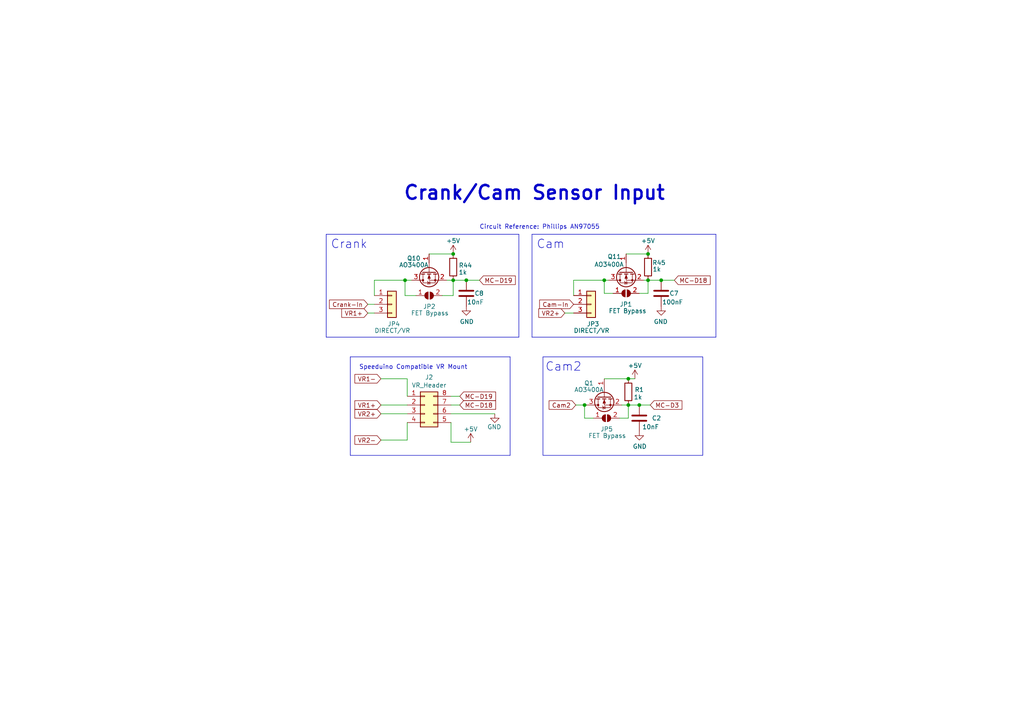
<source format=kicad_sch>
(kicad_sch (version 20231120) (generator "eeschema") (generator_version "8.0")
  (paper "A4")
  (title_block (title "Spark Gap x4") (date "2024-07-16") (rev "A") (company "OpenLogicEFI") (comment 1 "openlogicefi.com"))
  (lib_symbols
    (symbol "Connector_Generic:Conn_01x03" (pin_names (offset 1.016) hide)
      (property "Reference" "J" (at 0 5.08 0))
      (property "Value" "Conn_01x03" (at 0 -5.08 0))
      (symbol "Conn_01x03_1_1"
        (rectangle (start -1.27 -2.413) (end 0 -2.667) (stroke (width 0.1524)))
        (rectangle (start -1.27 0.127) (end 0 -0.127) (stroke (width 0.1524)))
        (rectangle (start -1.27 2.667) (end 0 2.413) (stroke (width 0.1524)))
        (rectangle (start -1.27 3.81) (end 1.27 -3.81) (stroke (width 0.254)) (fill (type background)))
        (pin passive line (at -5.08 2.54 0) (length 3.81) (name "Pin_1") (number "1"))
        (pin passive line (at -5.08 0 0) (length 3.81) (name "Pin_2") (number "2"))
        (pin passive line (at -5.08 -2.54 0) (length 3.81) (name "Pin_3") (number "3"))
      )
    )
    (symbol "Connector_Generic:Conn_02x04_Counter_Clockwise" (pin_names (offset 1.016) hide)
      (property "Reference" "J" (at 1.27 5.08 0))
      (property "Value" "Conn_02x04_Counter_Clockwise" (at 1.27 -7.62 0))
      (symbol "Conn_02x04_Counter_Clockwise_1_1"
        (rectangle (start -1.27 -4.953) (end 0 -5.207) (stroke (width 0.1524)))
        (rectangle (start -1.27 -2.413) (end 0 -2.667) (stroke (width 0.1524)))
        (rectangle (start -1.27 0.127) (end 0 -0.127) (stroke (width 0.1524)))
        (rectangle (start -1.27 2.667) (end 0 2.413) (stroke (width 0.1524)))
        (rectangle (start -1.27 3.81) (end 3.81 -6.35) (stroke (width 0.254)) (fill (type background)))
        (rectangle (start 3.81 -4.953) (end 2.54 -5.207) (stroke (width 0.1524)))
        (rectangle (start 3.81 -2.413) (end 2.54 -2.667) (stroke (width 0.1524)))
        (rectangle (start 3.81 0.127) (end 2.54 -0.127) (stroke (width 0.1524)))
        (rectangle (start 3.81 2.667) (end 2.54 2.413) (stroke (width 0.1524)))
        (pin passive line (at -5.08 2.54 0) (length 3.81) (name "Pin_1") (number "1"))
        (pin passive line (at -5.08 0 0) (length 3.81) (name "Pin_2") (number "2"))
        (pin passive line (at -5.08 -2.54 0) (length 3.81) (name "Pin_3") (number "3"))
        (pin passive line (at -5.08 -5.08 0) (length 3.81) (name "Pin_4") (number "4"))
        (pin passive line (at 7.62 -5.08 180) (length 3.81) (name "Pin_5") (number "5"))
        (pin passive line (at 7.62 -2.54 180) (length 3.81) (name "Pin_6") (number "6"))
        (pin passive line (at 7.62 0 180) (length 3.81) (name "Pin_7") (number "7"))
        (pin passive line (at 7.62 2.54 180) (length 3.81) (name "Pin_8") (number "8"))
      )
    )
    (symbol "Device:C" (pin_numbers hide) (pin_names (offset 0.254))
      (property "Reference" "C" (at 0.635 2.54 0))
      (property "Value" "C" (at 0.635 -2.54 0))
      (symbol "C_0_1"
        (polyline (pts (xy -2.032 -0.762) (xy 2.032 -0.762)) (stroke (width 0.508)))
        (polyline (pts (xy -2.032 0.762) (xy 2.032 0.762)) (stroke (width 0.508)))
      )
      (symbol "C_1_1"
        (pin passive line (at 0 3.81 270) (length 2.794) (name "~") (number "1"))
        (pin passive line (at 0 -3.81 90) (length 2.794) (name "~") (number "2"))
      )
    )
    (symbol "Device:R" (pin_numbers hide) (pin_names (offset 0))
      (property "Reference" "R" (at 2.032 0 90))
      (property "Value" "R" (at 0 0 90))
      (symbol "R_0_1"
        (rectangle (start -1.016 -2.54) (end 1.016 2.54) (stroke (width 0.254)))
      )
      (symbol "R_1_1"
        (pin passive line (at 0 3.81 270) (length 1.27) (name "~") (number "1"))
        (pin passive line (at 0 -3.81 90) (length 1.27) (name "~") (number "2"))
      )
    )
    (symbol "Jumper:SolderJumper_2_Open" (pin_names (offset 0) hide)
      (property "Reference" "JP" (at 0 2.032 0))
      (property "Value" "SolderJumper_2_Open" (at 0 -2.54 0))
      (symbol "SolderJumper_2_Open_0_1"
        (arc (start -0.254 1.016) (mid -1.2656 0) (end -0.254 -1.016))
        (arc (start -0.254 1.016) (mid -1.2656 0) (end -0.254 -1.016) (fill (type outline)))
        (polyline (pts (xy -0.254 1.016) (xy -0.254 -1.016)))
        (polyline (pts (xy 0.254 1.016) (xy 0.254 -1.016)))
        (arc (start 0.254 -1.016) (mid 1.2656 0) (end 0.254 1.016))
        (arc (start 0.254 -1.016) (mid 1.2656 0) (end 0.254 1.016) (fill (type outline)))
      )
      (symbol "SolderJumper_2_Open_1_1"
        (pin passive line (at -3.81 0 0) (length 2.54) (name "A") (number "1"))
        (pin passive line (at 3.81 0 180) (length 2.54) (name "B") (number "2"))
      )
    )
    (symbol "Pre_Ignition-cache:AO3400A" (pin_names hide)
      (property "Reference" "Q" (at 5.08 1.905 0))
      (property "Value" "AO3400A" (at 5.08 0 0))
      (symbol "AO3400A_0_1"
        (polyline (pts (xy 0.254 0) (xy -2.54 0)))
        (polyline (pts (xy 0.254 1.905) (xy 0.254 -1.905)) (stroke (width 0.254)))
        (polyline (pts (xy 0.762 -1.27) (xy 0.762 -2.286)) (stroke (width 0.254)))
        (polyline (pts (xy 0.762 0.508) (xy 0.762 -0.508)) (stroke (width 0.254)))
        (polyline (pts (xy 0.762 2.286) (xy 0.762 1.27)) (stroke (width 0.254)))
        (polyline (pts (xy 2.54 2.54) (xy 2.54 1.778)))
        (polyline (pts (xy 2.54 -2.54) (xy 2.54 0) (xy 0.762 0)))
        (polyline (pts (xy 0.762 -1.778) (xy 3.302 -1.778) (xy 3.302 1.778) (xy 0.762 1.778)))
        (polyline (pts (xy 1.016 0) (xy 2.032 0.381) (xy 2.032 -0.381) (xy 1.016 0)) (fill (type outline)))
        (polyline (pts (xy 2.794 0.508) (xy 2.921 0.381) (xy 3.683 0.381) (xy 3.81 0.254)))
        (polyline (pts (xy 3.302 0.381) (xy 2.921 -0.254) (xy 3.683 -0.254) (xy 3.302 0.381)))
        (circle (center 1.651 0) (radius 2.794) (stroke (width 0.254)))
        (circle (center 2.54 -1.778) (radius 0.254) (fill (type outline)))
        (circle (center 2.54 1.778) (radius 0.254) (fill (type outline)))
      )
      (symbol "AO3400A_1_1"
        (pin input line (at -5.08 0 0) (length 2.54) (name "G") (number "1"))
        (pin passive line (at 2.54 -5.08 90) (length 2.54) (name "S") (number "2"))
        (pin passive line (at 2.54 5.08 270) (length 2.54) (name "D") (number "3"))
      )
    )
    (symbol "power:+5V" (power) (pin_names (offset 0))
      (property "Value" "+5V" (at 0 3.556 0))
      (symbol "+5V_0_1"
        (polyline (pts (xy -0.762 1.27) (xy 0 2.54)))
        (polyline (pts (xy 0 0) (xy 0 2.54)))
        (polyline (pts (xy 0 2.54) (xy 0.762 1.27)))
      )
      (symbol "+5V_1_1"
        (pin power_in line (at 0 0 90) (length 0) hide (name "+5V") (number "1"))
      )
    )
    (symbol "power:GND" (power) (pin_names (offset 0))
      (property "Value" "GND" (at 0 -3.81 0))
      (symbol "GND_0_1"
        (polyline (pts (xy 0 0) (xy 0 -1.27) (xy 1.27 -1.27) (xy 0 -2.54) (xy -1.27 -1.27) (xy 0 -1.27)))
      )
      (symbol "GND_1_1"
        (pin power_in line (at 0 0 270) (length 0) hide (name "GND") (number "1"))
      )
    )
  )
  (junction (at 187.96 73.66))
  (junction (at 182.245 117.475))
  (junction (at 169.545 117.475))
  (junction (at 131.445 73.66))
  (junction (at 131.445 81.28))
  (junction (at 185.42 117.475))
  (junction (at 191.77 81.28))
  (junction (at 117.475 81.28))
  (junction (at 187.96 81.28))
  (junction (at 182.245 109.855))
  (junction (at 175.26 81.28))
  (junction (at 135.255 81.28))
  (wire (pts (xy 117.475 81.28) (xy 117.475 85.725)))
  (wire (pts (xy 175.26 81.28) (xy 175.26 85.09)))
  (wire (pts (xy 108.585 81.28) (xy 108.585 85.725)))
  (wire (pts (xy 130.81 122.555) (xy 130.81 128.27)))
  (wire (pts (xy 131.445 85.725) (xy 128.27 85.725)))
  (wire (pts (xy 180.34 117.475) (xy 182.245 117.475)))
  (wire (pts (xy 169.545 121.285) (xy 169.545 117.475)))
  (wire (pts (xy 106.68 88.265) (xy 108.585 88.265)))
  (wire (pts (xy 118.11 114.935) (xy 118.11 109.855)))
  (wire (pts (xy 110.49 120.015) (xy 118.11 120.015)))
  (polyline (pts (xy 150.495 97.79) (xy 94.615 97.79)))
  (wire (pts (xy 187.96 85.09) (xy 187.96 81.28)))
  (wire (pts (xy 131.445 81.28) (xy 129.54 81.28)))
  (polyline (pts (xy 207.645 97.79) (xy 154.305 97.79)))
  (wire (pts (xy 191.77 81.28) (xy 195.58 81.28)))
  (wire (pts (xy 185.42 85.09) (xy 187.96 85.09)))
  (wire (pts (xy 131.445 81.28) (xy 131.445 85.725)))
  (wire (pts (xy 182.245 121.285) (xy 179.705 121.285)))
  (wire (pts (xy 166.37 81.28) (xy 175.26 81.28)))
  (wire (pts (xy 187.96 81.28) (xy 191.77 81.28)))
  (wire (pts (xy 106.68 90.805) (xy 108.585 90.805)))
  (polyline (pts (xy 154.305 97.79) (xy 154.305 67.945)))
  (wire (pts (xy 131.445 73.66) (xy 124.46 73.66)))
  (wire (pts (xy 143.51 120.015) (xy 130.81 120.015)))
  (wire (pts (xy 166.37 85.725) (xy 166.37 81.28)))
  (wire (pts (xy 181.61 73.66) (xy 187.96 73.66)))
  (wire (pts (xy 176.53 81.28) (xy 175.26 81.28)))
  (polyline (pts (xy 94.615 67.945) (xy 150.495 67.945)))
  (wire (pts (xy 133.35 114.935) (xy 130.81 114.935)))
  (wire (pts (xy 110.49 127.635) (xy 118.11 127.635)))
  (wire (pts (xy 108.585 81.28) (xy 117.475 81.28)))
  (wire (pts (xy 131.445 81.28) (xy 135.255 81.28)))
  (wire (pts (xy 182.245 117.475) (xy 185.42 117.475)))
  (wire (pts (xy 135.255 81.28) (xy 139.065 81.28)))
  (polyline (pts (xy 147.955 103.505) (xy 147.955 132.08)))
  (wire (pts (xy 182.245 109.855) (xy 175.26 109.855)))
  (wire (pts (xy 187.96 81.28) (xy 186.69 81.28)))
  (polyline (pts (xy 150.495 67.945) (xy 150.495 97.79)))
  (wire (pts (xy 117.475 85.725) (xy 120.65 85.725)))
  (wire (pts (xy 163.83 90.805) (xy 166.37 90.805)))
  (wire (pts (xy 130.81 117.475) (xy 133.35 117.475)))
  (wire (pts (xy 175.26 85.09) (xy 177.8 85.09)))
  (wire (pts (xy 182.245 109.855) (xy 184.15 109.855)))
  (polyline (pts (xy 154.305 67.945) (xy 207.645 67.945)))
  (wire (pts (xy 130.81 128.27) (xy 136.525 128.27)))
  (wire (pts (xy 169.545 121.285) (xy 172.085 121.285)))
  (polyline (pts (xy 207.645 67.945) (xy 207.645 97.79)))
  (wire (pts (xy 110.49 117.475) (xy 118.11 117.475)))
  (wire (pts (xy 169.545 117.475) (xy 170.18 117.475)))
  (polyline (pts (xy 101.6 103.505) (xy 147.955 103.505)))
  (wire (pts (xy 185.42 117.475) (xy 188.595 117.475)))
  (polyline (pts (xy 101.6 132.08) (xy 101.6 103.505)))
  (polyline (pts (xy 94.615 97.79) (xy 94.615 67.945)))
  (wire (pts (xy 110.49 109.855) (xy 118.11 109.855)))
  (wire (pts (xy 118.11 122.555) (xy 118.11 127.635)))
  (wire (pts (xy 167.005 117.475) (xy 169.545 117.475)))
  (wire (pts (xy 117.475 81.28) (xy 119.38 81.28)))
  (polyline (pts (xy 147.955 132.08) (xy 101.6 132.08)))
  (wire (pts (xy 182.245 117.475) (xy 182.245 121.285)))
  (rectangle (start 157.48 103.505) (end 203.835 132.08))
  (text "Crank/Cam Sensor Input" (at 116.84 58.42 0) (effects (font (size 4 4) (thickness 0.7) (bold yes)) (justify left bottom)))
  (text "Cam2" (at 158.115 107.95 0) (effects (font (size 2.4892 2.4892)) (justify left bottom)))
  (text "Cam" (at 155.575 72.39 0) (effects (font (size 2.4892 2.4892)) (justify left bottom)))
  (text "Speeduino Compatible VR Mount" (at 104.14 107.315 0) (effects (font (size 1.27 1.27)) (justify left bottom)))
  (text "Circuit Reference: Phillips AN97055" (at 139.065 66.675 0) (effects (font (size 1.27 1.27)) (justify left bottom)))
  (text "Crank" (at 95.885 72.39 0) (effects (font (size 2.4892 2.4892)) (justify left bottom)))
  (global_label "MC-D19" (shape input) (at 133.35 114.935 0) (property "Intersheetrefs" "${INTERSHEET_REFS}" (effects (hide yes))))
  (global_label "VR1+" (shape input) (at 106.68 90.805 180) (property "Intersheetrefs" "${INTERSHEET_REFS}" (effects (hide yes))))
  (global_label "Cam-In" (shape input) (at 166.37 88.265 180) (property "Intersheetrefs" "${INTERSHEET_REFS}" (effects (hide yes))))
  (global_label "VR2+" (shape input) (at 163.83 90.805 180) (property "Intersheetrefs" "${INTERSHEET_REFS}" (effects (hide yes))))
  (global_label "VR2+" (shape input) (at 110.49 120.015 180) (property "Intersheetrefs" "${INTERSHEET_REFS}" (effects (hide yes))))
  (global_label "VR2-" (shape input) (at 110.49 127.635 180) (property "Intersheetrefs" "${INTERSHEET_REFS}" (effects (hide yes))))
  (global_label "MC-D18" (shape input) (at 133.35 117.475 0) (property "Intersheetrefs" "${INTERSHEET_REFS}" (effects (hide yes))))
  (global_label "MC-D19" (shape input) (at 139.065 81.28 0) (property "Intersheetrefs" "${INTERSHEET_REFS}" (effects (hide yes))))
  (global_label "VR1+" (shape input) (at 110.49 117.475 180) (property "Intersheetrefs" "${INTERSHEET_REFS}" (effects (hide yes))))
  (global_label "MC-D18" (shape input) (at 195.58 81.28 0) (property "Intersheetrefs" "${INTERSHEET_REFS}" (effects (hide yes))))
  (global_label "Crank-In" (shape input) (at 106.68 88.265 180) (property "Intersheetrefs" "${INTERSHEET_REFS}" (effects (hide yes))))
  (global_label "Cam2" (shape input) (at 167.005 117.475 180) (property "Intersheetrefs" "${INTERSHEET_REFS}" (effects (hide yes))))
  (global_label "MC-D3" (shape input) (at 188.595 117.475 0) (property "Intersheetrefs" "${INTERSHEET_REFS}" (effects (hide yes))))
  (global_label "VR1-" (shape input) (at 110.49 109.855 180) (property "Intersheetrefs" "${INTERSHEET_REFS}" (effects (hide yes))))
  (symbol (lib_id "power:GND") (at 143.51 120.015 0) (unit 1)
    (property "Reference" "#PWR019" (effects (hide yes)))
    (property "Value" "GND" (at 145.415 123.825 0) (effects (justify right)))
  )
  (symbol (lib_id "power:+5V") (at 187.96 73.66 0) (mirror y) (unit 1)
    (property "Reference" "#PWR020" (effects (hide yes)))
    (property "Value" "+5V" (at 187.96 69.85 0))
  )
  (symbol (lib_id "Jumper:SolderJumper_2_Open") (at 175.895 121.285 0) (unit 1) (in_bom no)
    (property "Reference" "JP5" (at 177.8 124.46 0) (effects (justify right)))
    (property "Value" "FET Bypass" (at 181.61 126.365 0) (effects (justify right)))
    (property "Footprint" "Jumper:SolderJumper-2_P1.3mm_Open_RoundedPad1.0x1.5mm" (effects (hide yes)))
  )
  (symbol (lib_id "Jumper:SolderJumper_2_Open") (at 181.61 85.09 0) (unit 1) (in_bom no)
    (property "Reference" "JP1" (at 179.705 88.265 0) (effects (justify left)))
    (property "Value" "FET Bypass" (at 176.53 90.17 0) (effects (justify left)))
    (property "Footprint" "Jumper:SolderJumper-2_P1.3mm_Open_RoundedPad1.0x1.5mm" (effects (hide yes)))
  )
  (symbol (lib_id "Connector_Generic:Conn_01x03") (at 171.45 88.265 0) (unit 1) (in_bom no)
    (property "Reference" "JP3" (at 170.18 93.98 0) (effects (justify left)))
    (property "Value" "DIRECT/VR" (at 166.37 95.885 0) (effects (justify left)))
    (property "Footprint" "Detonation:1x03-Proto" (effects (hide yes)))
  )
  (symbol (lib_id "power:GND") (at 191.77 88.9 0) (mirror y) (unit 1)
    (property "Reference" "#PWR021" (effects (hide yes)))
    (property "Value" "GND" (at 191.643 93.2942 0))
  )
  (symbol (lib_id "power:+5V") (at 136.525 128.27 0) (unit 1)
    (property "Reference" "#PWR018" (effects (hide yes)))
    (property "Value" "+5V" (at 136.525 124.46 0))
  )
  (symbol (lib_id "power:GND") (at 135.255 88.9 0) (unit 1)
    (property "Reference" "#PWR017" (effects (hide yes)))
    (property "Value" "GND" (at 135.382 93.2942 0))
  )
  (symbol (lib_id "Connector_Generic:Conn_01x03") (at 113.665 88.265 0) (unit 1) (in_bom no)
    (property "Reference" "JP4" (at 112.395 93.98 0) (effects (justify left)))
    (property "Value" "DIRECT/VR" (at 108.585 95.885 0) (effects (justify left)))
    (property "Footprint" "Detonation:1x03-Proto" (effects (hide yes)))
  )
  (symbol (lib_id "Device:R") (at 182.245 113.665 0) (unit 1)
    (property "Reference" "R1" (at 185.42 113.03 0))
    (property "Value" "1k" (at 185.039 115.189 0))
    (property "Footprint" "Resistor_SMD:R_0402_1005Metric" (effects (hide yes)))
    (property "LCSC" "C11702" (effects (hide yes)))
    (property "Manufacture Part Number" "0402WGF1001TCE" (effects (hide yes)))
  )
  (symbol (lib_id "Jumper:SolderJumper_2_Open") (at 124.46 85.725 0) (unit 1) (in_bom no)
    (property "Reference" "JP2" (at 126.365 88.9 0) (effects (justify right)))
    (property "Value" "FET Bypass" (at 130.175 90.805 0) (effects (justify right)))
    (property "Footprint" "Jumper:SolderJumper-2_P1.3mm_Open_RoundedPad1.0x1.5mm" (effects (hide yes)))
  )
  (symbol (lib_id "Device:R") (at 131.445 77.47 0) (unit 1)
    (property "Reference" "R44" (at 135.001 76.962 0))
    (property "Value" "1k" (at 134.239 78.994 0))
    (property "Footprint" "Resistor_SMD:R_0402_1005Metric" (effects (hide yes)))
    (property "LCSC" "C11702" (effects (hide yes)))
    (property "Manufacture Part Number" "0402WGF1001TCE" (effects (hide yes)))
  )
  (symbol (lib_id "power:+5V") (at 184.15 109.855 0) (unit 1)
    (property "Reference" "#PWR047" (effects (hide yes)))
    (property "Value" "+5V" (at 184.15 106.045 0))
  )
  (symbol (lib_id "Pre_Ignition-cache:AO3400A") (at 181.61 78.74 90) (mirror x) (unit 1)
    (property "Reference" "Q11" (at 178.181 74.422 90))
    (property "Value" "AO3400A" (at 176.657 76.708 90))
    (property "Footprint" "Package_TO_SOT_SMD:SOT-23" (effects (hide yes)))
    (property "LCSC" "C20917" (effects (hide yes)))
    (property "Manufacture Part Number" "AO3400A" (effects (hide yes)))
  )
  (symbol (lib_id "Pre_Ignition-cache:AO3400A") (at 175.26 114.935 90) (mirror x) (unit 1)
    (property "Reference" "Q1" (at 170.815 111.125 90))
    (property "Value" "AO3400A" (at 170.815 113.03 90))
    (property "Footprint" "Package_TO_SOT_SMD:SOT-23" (effects (hide yes)))
    (property "LCSC" "C20917" (effects (hide yes)))
    (property "Manufacture Part Number" "AO3400A" (effects (hide yes)))
  )
  (symbol (lib_id "Device:R") (at 187.96 77.47 0) (unit 1)
    (property "Reference" "R45" (at 191.135 76.2 0))
    (property "Value" "1k" (at 190.5 78.105 0))
    (property "Footprint" "Resistor_SMD:R_0402_1005Metric" (effects (hide yes)))
    (property "LCSC" "C11702" (effects (hide yes)))
    (property "Manufacture Part Number" "0402WGF1001TCE" (effects (hide yes)))
  )
  (symbol (lib_id "Device:C") (at 135.255 85.09 180) (unit 1)
    (property "Reference" "C8" (at 140.335 85.09 0) (effects (justify left)))
    (property "Value" "10nF" (at 140.335 87.63 0) (effects (justify left)))
    (property "Footprint" "Capacitor_SMD:C_0402_1005Metric" (effects (hide yes)))
    (property "LCSC" "C15195" (effects (hide yes)))
    (property "Manufacture Part Number" "CL05B103KB5NNNC" (effects (hide yes)))
  )
  (symbol (lib_id "Connector_Generic:Conn_02x04_Counter_Clockwise") (at 123.19 117.475 0) (unit 1) (in_bom no)
    (property "Reference" "J2" (at 124.46 109.4232 0))
    (property "Value" "VR_Header" (at 124.46 111.7346 0))
    (property "Footprint" "Detonation:Socket_VRConditioner_Corrected" (effects (hide yes)))
  )
  (symbol (lib_id "Pre_Ignition-cache:AO3400A") (at 124.46 78.74 90) (mirror x) (unit 1)
    (property "Reference" "Q10" (at 120.015 74.93 90))
    (property "Value" "AO3400A" (at 120.015 76.835 90))
    (property "Footprint" "Package_TO_SOT_SMD:SOT-23" (effects (hide yes)))
    (property "LCSC" "C20917" (effects (hide yes)))
    (property "Manufacture Part Number" "AO3400A" (effects (hide yes)))
  )
  (symbol (lib_id "Device:C") (at 185.42 121.285 180) (unit 1)
    (property "Reference" "C2" (at 191.77 121.285 0) (effects (justify left)))
    (property "Value" "10nF" (at 191.135 123.825 0) (effects (justify left)))
    (property "Footprint" "Capacitor_SMD:C_0402_1005Metric" (effects (hide yes)))
    (property "LCSC" "C15195" (effects (hide yes)))
    (property "Manufacture Part Number" "CL05B103KB5NNNC" (effects (hide yes)))
  )
  (symbol (lib_id "power:GND") (at 185.42 125.095 0) (unit 1)
    (property "Reference" "#PWR051" (effects (hide yes)))
    (property "Value" "GND" (at 185.547 129.4892 0))
  )
  (symbol (lib_id "power:+5V") (at 131.445 73.66 0) (unit 1)
    (property "Reference" "#PWR014" (effects (hide yes)))
    (property "Value" "+5V" (at 131.445 69.85 0))
  )
  (symbol (lib_id "Device:C") (at 191.77 85.09 180) (unit 1)
    (property "Reference" "C7" (at 196.85 85.09 0) (effects (justify left)))
    (property "Value" "100nF" (at 198.12 87.63 0) (effects (justify left)))
    (property "Footprint" "Capacitor_SMD:C_0402_1005Metric" (effects (hide yes)))
    (property "LCSC" "C307331" (effects (hide yes)))
    (property "Manufacture Part Number" "CL05B104KB54PNC" (effects (hide yes)))
  )
)
</source>
